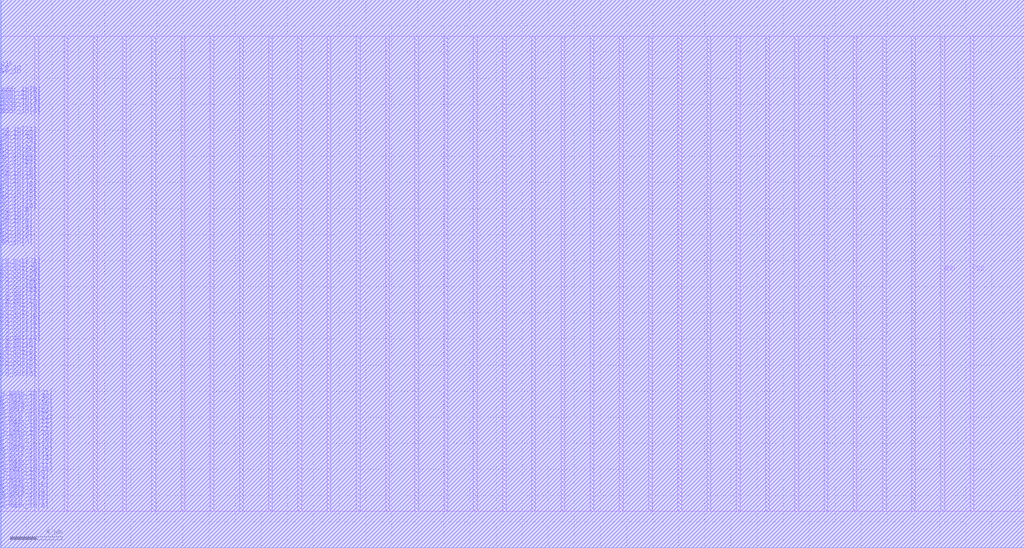
<source format=lef>
VERSION 5.7 ;
BUSBITCHARS "[]" ;
MACRO fakeram45_128x32_upper
  FOREIGN fakeram45_128x32_upper 0 0 ;
  SYMMETRY X Y R90 ;
  SIZE 78.470 BY 42.000 ;
  CLASS BLOCK ;
  PIN w_mask_in[0]
    DIRECTION INPUT ;
    USE SIGNAL ;
    SHAPE ABUTMENT ;
    PORT
      LAYER M18 ;
      RECT 0.000 2.800 0.070 2.870 ;
    END
  END w_mask_in[0]
  PIN w_mask_in[1]
    DIRECTION INPUT ;
    USE SIGNAL ;
    SHAPE ABUTMENT ;
    PORT
      LAYER M18 ;
      RECT 0.000 3.080 0.070 3.150 ;
    END
  END w_mask_in[1]
  PIN w_mask_in[2]
    DIRECTION INPUT ;
    USE SIGNAL ;
    SHAPE ABUTMENT ;
    PORT
      LAYER M18 ;
      RECT 0.000 3.360 0.070 3.430 ;
    END
  END w_mask_in[2]
  PIN w_mask_in[3]
    DIRECTION INPUT ;
    USE SIGNAL ;
    SHAPE ABUTMENT ;
    PORT
      LAYER M18 ;
      RECT 0.000 3.640 0.070 3.710 ;
    END
  END w_mask_in[3]
  PIN w_mask_in[4]
    DIRECTION INPUT ;
    USE SIGNAL ;
    SHAPE ABUTMENT ;
    PORT
      LAYER M18 ;
      RECT 0.000 3.920 0.070 3.990 ;
    END
  END w_mask_in[4]
  PIN w_mask_in[5]
    DIRECTION INPUT ;
    USE SIGNAL ;
    SHAPE ABUTMENT ;
    PORT
      LAYER M18 ;
      RECT 0.000 4.200 0.070 4.270 ;
    END
  END w_mask_in[5]
  PIN w_mask_in[6]
    DIRECTION INPUT ;
    USE SIGNAL ;
    SHAPE ABUTMENT ;
    PORT
      LAYER M18 ;
      RECT 0.000 4.480 0.070 4.550 ;
    END
  END w_mask_in[6]
  PIN w_mask_in[7]
    DIRECTION INPUT ;
    USE SIGNAL ;
    SHAPE ABUTMENT ;
    PORT
      LAYER M18 ;
      RECT 0.000 4.760 0.070 4.830 ;
    END
  END w_mask_in[7]
  PIN w_mask_in[8]
    DIRECTION INPUT ;
    USE SIGNAL ;
    SHAPE ABUTMENT ;
    PORT
      LAYER M18 ;
      RECT 0.000 5.040 0.070 5.110 ;
    END
  END w_mask_in[8]
  PIN w_mask_in[9]
    DIRECTION INPUT ;
    USE SIGNAL ;
    SHAPE ABUTMENT ;
    PORT
      LAYER M18 ;
      RECT 0.000 5.320 0.070 5.390 ;
    END
  END w_mask_in[9]
  PIN w_mask_in[10]
    DIRECTION INPUT ;
    USE SIGNAL ;
    SHAPE ABUTMENT ;
    PORT
      LAYER M18 ;
      RECT 0.000 5.600 0.070 5.670 ;
    END
  END w_mask_in[10]
  PIN w_mask_in[11]
    DIRECTION INPUT ;
    USE SIGNAL ;
    SHAPE ABUTMENT ;
    PORT
      LAYER M18 ;
      RECT 0.000 5.880 0.070 5.950 ;
    END
  END w_mask_in[11]
  PIN w_mask_in[12]
    DIRECTION INPUT ;
    USE SIGNAL ;
    SHAPE ABUTMENT ;
    PORT
      LAYER M18 ;
      RECT 0.000 6.160 0.070 6.230 ;
    END
  END w_mask_in[12]
  PIN w_mask_in[13]
    DIRECTION INPUT ;
    USE SIGNAL ;
    SHAPE ABUTMENT ;
    PORT
      LAYER M18 ;
      RECT 0.000 6.440 0.070 6.510 ;
    END
  END w_mask_in[13]
  PIN w_mask_in[14]
    DIRECTION INPUT ;
    USE SIGNAL ;
    SHAPE ABUTMENT ;
    PORT
      LAYER M18 ;
      RECT 0.000 6.720 0.070 6.790 ;
    END
  END w_mask_in[14]
  PIN w_mask_in[15]
    DIRECTION INPUT ;
    USE SIGNAL ;
    SHAPE ABUTMENT ;
    PORT
      LAYER M18 ;
      RECT 0.000 7.000 0.070 7.070 ;
    END
  END w_mask_in[15]
  PIN w_mask_in[16]
    DIRECTION INPUT ;
    USE SIGNAL ;
    SHAPE ABUTMENT ;
    PORT
      LAYER M18 ;
      RECT 0.000 7.280 0.070 7.350 ;
    END
  END w_mask_in[16]
  PIN w_mask_in[17]
    DIRECTION INPUT ;
    USE SIGNAL ;
    SHAPE ABUTMENT ;
    PORT
      LAYER M18 ;
      RECT 0.000 7.560 0.070 7.630 ;
    END
  END w_mask_in[17]
  PIN w_mask_in[18]
    DIRECTION INPUT ;
    USE SIGNAL ;
    SHAPE ABUTMENT ;
    PORT
      LAYER M18 ;
      RECT 0.000 7.840 0.070 7.910 ;
    END
  END w_mask_in[18]
  PIN w_mask_in[19]
    DIRECTION INPUT ;
    USE SIGNAL ;
    SHAPE ABUTMENT ;
    PORT
      LAYER M18 ;
      RECT 0.000 8.120 0.070 8.190 ;
    END
  END w_mask_in[19]
  PIN w_mask_in[20]
    DIRECTION INPUT ;
    USE SIGNAL ;
    SHAPE ABUTMENT ;
    PORT
      LAYER M18 ;
      RECT 0.000 8.400 0.070 8.470 ;
    END
  END w_mask_in[20]
  PIN w_mask_in[21]
    DIRECTION INPUT ;
    USE SIGNAL ;
    SHAPE ABUTMENT ;
    PORT
      LAYER M18 ;
      RECT 0.000 8.680 0.070 8.750 ;
    END
  END w_mask_in[21]
  PIN w_mask_in[22]
    DIRECTION INPUT ;
    USE SIGNAL ;
    SHAPE ABUTMENT ;
    PORT
      LAYER M18 ;
      RECT 0.000 8.960 0.070 9.030 ;
    END
  END w_mask_in[22]
  PIN w_mask_in[23]
    DIRECTION INPUT ;
    USE SIGNAL ;
    SHAPE ABUTMENT ;
    PORT
      LAYER M18 ;
      RECT 0.000 9.240 0.070 9.310 ;
    END
  END w_mask_in[23]
  PIN w_mask_in[24]
    DIRECTION INPUT ;
    USE SIGNAL ;
    SHAPE ABUTMENT ;
    PORT
      LAYER M18 ;
      RECT 0.000 9.520 0.070 9.590 ;
    END
  END w_mask_in[24]
  PIN w_mask_in[25]
    DIRECTION INPUT ;
    USE SIGNAL ;
    SHAPE ABUTMENT ;
    PORT
      LAYER M18 ;
      RECT 0.000 9.800 0.070 9.870 ;
    END
  END w_mask_in[25]
  PIN w_mask_in[26]
    DIRECTION INPUT ;
    USE SIGNAL ;
    SHAPE ABUTMENT ;
    PORT
      LAYER M18 ;
      RECT 0.000 10.080 0.070 10.150 ;
    END
  END w_mask_in[26]
  PIN w_mask_in[27]
    DIRECTION INPUT ;
    USE SIGNAL ;
    SHAPE ABUTMENT ;
    PORT
      LAYER M18 ;
      RECT 0.000 10.360 0.070 10.430 ;
    END
  END w_mask_in[27]
  PIN w_mask_in[28]
    DIRECTION INPUT ;
    USE SIGNAL ;
    SHAPE ABUTMENT ;
    PORT
      LAYER M18 ;
      RECT 0.000 10.640 0.070 10.710 ;
    END
  END w_mask_in[28]
  PIN w_mask_in[29]
    DIRECTION INPUT ;
    USE SIGNAL ;
    SHAPE ABUTMENT ;
    PORT
      LAYER M18 ;
      RECT 0.000 10.920 0.070 10.990 ;
    END
  END w_mask_in[29]
  PIN w_mask_in[30]
    DIRECTION INPUT ;
    USE SIGNAL ;
    SHAPE ABUTMENT ;
    PORT
      LAYER M18 ;
      RECT 0.000 11.200 0.070 11.270 ;
    END
  END w_mask_in[30]
  PIN w_mask_in[31]
    DIRECTION INPUT ;
    USE SIGNAL ;
    SHAPE ABUTMENT ;
    PORT
      LAYER M18 ;
      RECT 0.000 11.480 0.070 11.550 ;
    END
  END w_mask_in[31]
  PIN rd_out[0]
    DIRECTION OUTPUT ;
    USE SIGNAL ;
    SHAPE ABUTMENT ;
    PORT
      LAYER M18 ;
      RECT 0.000 12.880 0.070 12.950 ;
    END
  END rd_out[0]
  PIN rd_out[1]
    DIRECTION OUTPUT ;
    USE SIGNAL ;
    SHAPE ABUTMENT ;
    PORT
      LAYER M18 ;
      RECT 0.000 13.160 0.070 13.230 ;
    END
  END rd_out[1]
  PIN rd_out[2]
    DIRECTION OUTPUT ;
    USE SIGNAL ;
    SHAPE ABUTMENT ;
    PORT
      LAYER M18 ;
      RECT 0.000 13.440 0.070 13.510 ;
    END
  END rd_out[2]
  PIN rd_out[3]
    DIRECTION OUTPUT ;
    USE SIGNAL ;
    SHAPE ABUTMENT ;
    PORT
      LAYER M18 ;
      RECT 0.000 13.720 0.070 13.790 ;
    END
  END rd_out[3]
  PIN rd_out[4]
    DIRECTION OUTPUT ;
    USE SIGNAL ;
    SHAPE ABUTMENT ;
    PORT
      LAYER M18 ;
      RECT 0.000 14.000 0.070 14.070 ;
    END
  END rd_out[4]
  PIN rd_out[5]
    DIRECTION OUTPUT ;
    USE SIGNAL ;
    SHAPE ABUTMENT ;
    PORT
      LAYER M18 ;
      RECT 0.000 14.280 0.070 14.350 ;
    END
  END rd_out[5]
  PIN rd_out[6]
    DIRECTION OUTPUT ;
    USE SIGNAL ;
    SHAPE ABUTMENT ;
    PORT
      LAYER M18 ;
      RECT 0.000 14.560 0.070 14.630 ;
    END
  END rd_out[6]
  PIN rd_out[7]
    DIRECTION OUTPUT ;
    USE SIGNAL ;
    SHAPE ABUTMENT ;
    PORT
      LAYER M18 ;
      RECT 0.000 14.840 0.070 14.910 ;
    END
  END rd_out[7]
  PIN rd_out[8]
    DIRECTION OUTPUT ;
    USE SIGNAL ;
    SHAPE ABUTMENT ;
    PORT
      LAYER M18 ;
      RECT 0.000 15.120 0.070 15.190 ;
    END
  END rd_out[8]
  PIN rd_out[9]
    DIRECTION OUTPUT ;
    USE SIGNAL ;
    SHAPE ABUTMENT ;
    PORT
      LAYER M18 ;
      RECT 0.000 15.400 0.070 15.470 ;
    END
  END rd_out[9]
  PIN rd_out[10]
    DIRECTION OUTPUT ;
    USE SIGNAL ;
    SHAPE ABUTMENT ;
    PORT
      LAYER M18 ;
      RECT 0.000 15.680 0.070 15.750 ;
    END
  END rd_out[10]
  PIN rd_out[11]
    DIRECTION OUTPUT ;
    USE SIGNAL ;
    SHAPE ABUTMENT ;
    PORT
      LAYER M18 ;
      RECT 0.000 15.960 0.070 16.030 ;
    END
  END rd_out[11]
  PIN rd_out[12]
    DIRECTION OUTPUT ;
    USE SIGNAL ;
    SHAPE ABUTMENT ;
    PORT
      LAYER M18 ;
      RECT 0.000 16.240 0.070 16.310 ;
    END
  END rd_out[12]
  PIN rd_out[13]
    DIRECTION OUTPUT ;
    USE SIGNAL ;
    SHAPE ABUTMENT ;
    PORT
      LAYER M18 ;
      RECT 0.000 16.520 0.070 16.590 ;
    END
  END rd_out[13]
  PIN rd_out[14]
    DIRECTION OUTPUT ;
    USE SIGNAL ;
    SHAPE ABUTMENT ;
    PORT
      LAYER M18 ;
      RECT 0.000 16.800 0.070 16.870 ;
    END
  END rd_out[14]
  PIN rd_out[15]
    DIRECTION OUTPUT ;
    USE SIGNAL ;
    SHAPE ABUTMENT ;
    PORT
      LAYER M18 ;
      RECT 0.000 17.080 0.070 17.150 ;
    END
  END rd_out[15]
  PIN rd_out[16]
    DIRECTION OUTPUT ;
    USE SIGNAL ;
    SHAPE ABUTMENT ;
    PORT
      LAYER M18 ;
      RECT 0.000 17.360 0.070 17.430 ;
    END
  END rd_out[16]
  PIN rd_out[17]
    DIRECTION OUTPUT ;
    USE SIGNAL ;
    SHAPE ABUTMENT ;
    PORT
      LAYER M18 ;
      RECT 0.000 17.640 0.070 17.710 ;
    END
  END rd_out[17]
  PIN rd_out[18]
    DIRECTION OUTPUT ;
    USE SIGNAL ;
    SHAPE ABUTMENT ;
    PORT
      LAYER M18 ;
      RECT 0.000 17.920 0.070 17.990 ;
    END
  END rd_out[18]
  PIN rd_out[19]
    DIRECTION OUTPUT ;
    USE SIGNAL ;
    SHAPE ABUTMENT ;
    PORT
      LAYER M18 ;
      RECT 0.000 18.200 0.070 18.270 ;
    END
  END rd_out[19]
  PIN rd_out[20]
    DIRECTION OUTPUT ;
    USE SIGNAL ;
    SHAPE ABUTMENT ;
    PORT
      LAYER M18 ;
      RECT 0.000 18.480 0.070 18.550 ;
    END
  END rd_out[20]
  PIN rd_out[21]
    DIRECTION OUTPUT ;
    USE SIGNAL ;
    SHAPE ABUTMENT ;
    PORT
      LAYER M18 ;
      RECT 0.000 18.760 0.070 18.830 ;
    END
  END rd_out[21]
  PIN rd_out[22]
    DIRECTION OUTPUT ;
    USE SIGNAL ;
    SHAPE ABUTMENT ;
    PORT
      LAYER M18 ;
      RECT 0.000 19.040 0.070 19.110 ;
    END
  END rd_out[22]
  PIN rd_out[23]
    DIRECTION OUTPUT ;
    USE SIGNAL ;
    SHAPE ABUTMENT ;
    PORT
      LAYER M18 ;
      RECT 0.000 19.320 0.070 19.390 ;
    END
  END rd_out[23]
  PIN rd_out[24]
    DIRECTION OUTPUT ;
    USE SIGNAL ;
    SHAPE ABUTMENT ;
    PORT
      LAYER M18 ;
      RECT 0.000 19.600 0.070 19.670 ;
    END
  END rd_out[24]
  PIN rd_out[25]
    DIRECTION OUTPUT ;
    USE SIGNAL ;
    SHAPE ABUTMENT ;
    PORT
      LAYER M18 ;
      RECT 0.000 19.880 0.070 19.950 ;
    END
  END rd_out[25]
  PIN rd_out[26]
    DIRECTION OUTPUT ;
    USE SIGNAL ;
    SHAPE ABUTMENT ;
    PORT
      LAYER M18 ;
      RECT 0.000 20.160 0.070 20.230 ;
    END
  END rd_out[26]
  PIN rd_out[27]
    DIRECTION OUTPUT ;
    USE SIGNAL ;
    SHAPE ABUTMENT ;
    PORT
      LAYER M18 ;
      RECT 0.000 20.440 0.070 20.510 ;
    END
  END rd_out[27]
  PIN rd_out[28]
    DIRECTION OUTPUT ;
    USE SIGNAL ;
    SHAPE ABUTMENT ;
    PORT
      LAYER M18 ;
      RECT 0.000 20.720 0.070 20.790 ;
    END
  END rd_out[28]
  PIN rd_out[29]
    DIRECTION OUTPUT ;
    USE SIGNAL ;
    SHAPE ABUTMENT ;
    PORT
      LAYER M18 ;
      RECT 0.000 21.000 0.070 21.070 ;
    END
  END rd_out[29]
  PIN rd_out[30]
    DIRECTION OUTPUT ;
    USE SIGNAL ;
    SHAPE ABUTMENT ;
    PORT
      LAYER M18 ;
      RECT 0.000 21.280 0.070 21.350 ;
    END
  END rd_out[30]
  PIN rd_out[31]
    DIRECTION OUTPUT ;
    USE SIGNAL ;
    SHAPE ABUTMENT ;
    PORT
      LAYER M18 ;
      RECT 0.000 21.560 0.070 21.630 ;
    END
  END rd_out[31]
  PIN wd_in[0]
    DIRECTION INPUT ;
    USE SIGNAL ;
    SHAPE ABUTMENT ;
    PORT
      LAYER M18 ;
      RECT 0.000 22.960 0.070 23.030 ;
    END
  END wd_in[0]
  PIN wd_in[1]
    DIRECTION INPUT ;
    USE SIGNAL ;
    SHAPE ABUTMENT ;
    PORT
      LAYER M18 ;
      RECT 0.000 23.240 0.070 23.310 ;
    END
  END wd_in[1]
  PIN wd_in[2]
    DIRECTION INPUT ;
    USE SIGNAL ;
    SHAPE ABUTMENT ;
    PORT
      LAYER M18 ;
      RECT 0.000 23.520 0.070 23.590 ;
    END
  END wd_in[2]
  PIN wd_in[3]
    DIRECTION INPUT ;
    USE SIGNAL ;
    SHAPE ABUTMENT ;
    PORT
      LAYER M18 ;
      RECT 0.000 23.800 0.070 23.870 ;
    END
  END wd_in[3]
  PIN wd_in[4]
    DIRECTION INPUT ;
    USE SIGNAL ;
    SHAPE ABUTMENT ;
    PORT
      LAYER M18 ;
      RECT 0.000 24.080 0.070 24.150 ;
    END
  END wd_in[4]
  PIN wd_in[5]
    DIRECTION INPUT ;
    USE SIGNAL ;
    SHAPE ABUTMENT ;
    PORT
      LAYER M18 ;
      RECT 0.000 24.360 0.070 24.430 ;
    END
  END wd_in[5]
  PIN wd_in[6]
    DIRECTION INPUT ;
    USE SIGNAL ;
    SHAPE ABUTMENT ;
    PORT
      LAYER M18 ;
      RECT 0.000 24.640 0.070 24.710 ;
    END
  END wd_in[6]
  PIN wd_in[7]
    DIRECTION INPUT ;
    USE SIGNAL ;
    SHAPE ABUTMENT ;
    PORT
      LAYER M18 ;
      RECT 0.000 24.920 0.070 24.990 ;
    END
  END wd_in[7]
  PIN wd_in[8]
    DIRECTION INPUT ;
    USE SIGNAL ;
    SHAPE ABUTMENT ;
    PORT
      LAYER M18 ;
      RECT 0.000 25.200 0.070 25.270 ;
    END
  END wd_in[8]
  PIN wd_in[9]
    DIRECTION INPUT ;
    USE SIGNAL ;
    SHAPE ABUTMENT ;
    PORT
      LAYER M18 ;
      RECT 0.000 25.480 0.070 25.550 ;
    END
  END wd_in[9]
  PIN wd_in[10]
    DIRECTION INPUT ;
    USE SIGNAL ;
    SHAPE ABUTMENT ;
    PORT
      LAYER M18 ;
      RECT 0.000 25.760 0.070 25.830 ;
    END
  END wd_in[10]
  PIN wd_in[11]
    DIRECTION INPUT ;
    USE SIGNAL ;
    SHAPE ABUTMENT ;
    PORT
      LAYER M18 ;
      RECT 0.000 26.040 0.070 26.110 ;
    END
  END wd_in[11]
  PIN wd_in[12]
    DIRECTION INPUT ;
    USE SIGNAL ;
    SHAPE ABUTMENT ;
    PORT
      LAYER M18 ;
      RECT 0.000 26.320 0.070 26.390 ;
    END
  END wd_in[12]
  PIN wd_in[13]
    DIRECTION INPUT ;
    USE SIGNAL ;
    SHAPE ABUTMENT ;
    PORT
      LAYER M18 ;
      RECT 0.000 26.600 0.070 26.670 ;
    END
  END wd_in[13]
  PIN wd_in[14]
    DIRECTION INPUT ;
    USE SIGNAL ;
    SHAPE ABUTMENT ;
    PORT
      LAYER M18 ;
      RECT 0.000 26.880 0.070 26.950 ;
    END
  END wd_in[14]
  PIN wd_in[15]
    DIRECTION INPUT ;
    USE SIGNAL ;
    SHAPE ABUTMENT ;
    PORT
      LAYER M18 ;
      RECT 0.000 27.160 0.070 27.230 ;
    END
  END wd_in[15]
  PIN wd_in[16]
    DIRECTION INPUT ;
    USE SIGNAL ;
    SHAPE ABUTMENT ;
    PORT
      LAYER M18 ;
      RECT 0.000 27.440 0.070 27.510 ;
    END
  END wd_in[16]
  PIN wd_in[17]
    DIRECTION INPUT ;
    USE SIGNAL ;
    SHAPE ABUTMENT ;
    PORT
      LAYER M18 ;
      RECT 0.000 27.720 0.070 27.790 ;
    END
  END wd_in[17]
  PIN wd_in[18]
    DIRECTION INPUT ;
    USE SIGNAL ;
    SHAPE ABUTMENT ;
    PORT
      LAYER M18 ;
      RECT 0.000 28.000 0.070 28.070 ;
    END
  END wd_in[18]
  PIN wd_in[19]
    DIRECTION INPUT ;
    USE SIGNAL ;
    SHAPE ABUTMENT ;
    PORT
      LAYER M18 ;
      RECT 0.000 28.280 0.070 28.350 ;
    END
  END wd_in[19]
  PIN wd_in[20]
    DIRECTION INPUT ;
    USE SIGNAL ;
    SHAPE ABUTMENT ;
    PORT
      LAYER M18 ;
      RECT 0.000 28.560 0.070 28.630 ;
    END
  END wd_in[20]
  PIN wd_in[21]
    DIRECTION INPUT ;
    USE SIGNAL ;
    SHAPE ABUTMENT ;
    PORT
      LAYER M18 ;
      RECT 0.000 28.840 0.070 28.910 ;
    END
  END wd_in[21]
  PIN wd_in[22]
    DIRECTION INPUT ;
    USE SIGNAL ;
    SHAPE ABUTMENT ;
    PORT
      LAYER M18 ;
      RECT 0.000 29.120 0.070 29.190 ;
    END
  END wd_in[22]
  PIN wd_in[23]
    DIRECTION INPUT ;
    USE SIGNAL ;
    SHAPE ABUTMENT ;
    PORT
      LAYER M18 ;
      RECT 0.000 29.400 0.070 29.470 ;
    END
  END wd_in[23]
  PIN wd_in[24]
    DIRECTION INPUT ;
    USE SIGNAL ;
    SHAPE ABUTMENT ;
    PORT
      LAYER M18 ;
      RECT 0.000 29.680 0.070 29.750 ;
    END
  END wd_in[24]
  PIN wd_in[25]
    DIRECTION INPUT ;
    USE SIGNAL ;
    SHAPE ABUTMENT ;
    PORT
      LAYER M18 ;
      RECT 0.000 29.960 0.070 30.030 ;
    END
  END wd_in[25]
  PIN wd_in[26]
    DIRECTION INPUT ;
    USE SIGNAL ;
    SHAPE ABUTMENT ;
    PORT
      LAYER M18 ;
      RECT 0.000 30.240 0.070 30.310 ;
    END
  END wd_in[26]
  PIN wd_in[27]
    DIRECTION INPUT ;
    USE SIGNAL ;
    SHAPE ABUTMENT ;
    PORT
      LAYER M18 ;
      RECT 0.000 30.520 0.070 30.590 ;
    END
  END wd_in[27]
  PIN wd_in[28]
    DIRECTION INPUT ;
    USE SIGNAL ;
    SHAPE ABUTMENT ;
    PORT
      LAYER M18 ;
      RECT 0.000 30.800 0.070 30.870 ;
    END
  END wd_in[28]
  PIN wd_in[29]
    DIRECTION INPUT ;
    USE SIGNAL ;
    SHAPE ABUTMENT ;
    PORT
      LAYER M18 ;
      RECT 0.000 31.080 0.070 31.150 ;
    END
  END wd_in[29]
  PIN wd_in[30]
    DIRECTION INPUT ;
    USE SIGNAL ;
    SHAPE ABUTMENT ;
    PORT
      LAYER M18 ;
      RECT 0.000 31.360 0.070 31.430 ;
    END
  END wd_in[30]
  PIN wd_in[31]
    DIRECTION INPUT ;
    USE SIGNAL ;
    SHAPE ABUTMENT ;
    PORT
      LAYER M18 ;
      RECT 0.000 31.640 0.070 31.710 ;
    END
  END wd_in[31]
  PIN addr_in[0]
    DIRECTION INPUT ;
    USE SIGNAL ;
    SHAPE ABUTMENT ;
    PORT
      LAYER M18 ;
      RECT 0.000 33.040 0.070 33.110 ;
    END
  END addr_in[0]
  PIN addr_in[1]
    DIRECTION INPUT ;
    USE SIGNAL ;
    SHAPE ABUTMENT ;
    PORT
      LAYER M18 ;
      RECT 0.000 33.320 0.070 33.390 ;
    END
  END addr_in[1]
  PIN addr_in[2]
    DIRECTION INPUT ;
    USE SIGNAL ;
    SHAPE ABUTMENT ;
    PORT
      LAYER M18 ;
      RECT 0.000 33.600 0.070 33.670 ;
    END
  END addr_in[2]
  PIN addr_in[3]
    DIRECTION INPUT ;
    USE SIGNAL ;
    SHAPE ABUTMENT ;
    PORT
      LAYER M18 ;
      RECT 0.000 33.880 0.070 33.950 ;
    END
  END addr_in[3]
  PIN addr_in[4]
    DIRECTION INPUT ;
    USE SIGNAL ;
    SHAPE ABUTMENT ;
    PORT
      LAYER M18 ;
      RECT 0.000 34.160 0.070 34.230 ;
    END
  END addr_in[4]
  PIN addr_in[5]
    DIRECTION INPUT ;
    USE SIGNAL ;
    SHAPE ABUTMENT ;
    PORT
      LAYER M18 ;
      RECT 0.000 34.440 0.070 34.510 ;
    END
  END addr_in[5]
  PIN addr_in[6]
    DIRECTION INPUT ;
    USE SIGNAL ;
    SHAPE ABUTMENT ;
    PORT
      LAYER M18 ;
      RECT 0.000 34.720 0.070 34.790 ;
    END
  END addr_in[6]
  PIN we_in
    DIRECTION INPUT ;
    USE SIGNAL ;
    SHAPE ABUTMENT ;
    PORT
      LAYER M18 ;
      RECT 0.000 36.120 0.070 36.190 ;
    END
  END we_in
  PIN ce_in
    DIRECTION INPUT ;
    USE SIGNAL ;
    SHAPE ABUTMENT ;
    PORT
      LAYER M18 ;
      RECT 0.000 36.400 0.070 36.470 ;
    END
  END ce_in
  PIN clk
    DIRECTION INPUT ;
    USE SIGNAL ;
    SHAPE ABUTMENT ;
    PORT
      LAYER M18 ;
      RECT 0.000 36.680 0.070 36.750 ;
    END
  END clk
  PIN VSS
    DIRECTION INOUT ;
    USE GROUND ;
    PORT
      LAYER M17 ;
      RECT 2.660 2.800 2.940 39.200 ;
      RECT 7.140 2.800 7.420 39.200 ;
      RECT 11.620 2.800 11.900 39.200 ;
      RECT 16.100 2.800 16.380 39.200 ;
      RECT 20.580 2.800 20.860 39.200 ;
      RECT 25.060 2.800 25.340 39.200 ;
      RECT 29.540 2.800 29.820 39.200 ;
      RECT 34.020 2.800 34.300 39.200 ;
      RECT 38.500 2.800 38.780 39.200 ;
      RECT 42.980 2.800 43.260 39.200 ;
      RECT 47.460 2.800 47.740 39.200 ;
      RECT 51.940 2.800 52.220 39.200 ;
      RECT 56.420 2.800 56.700 39.200 ;
      RECT 60.900 2.800 61.180 39.200 ;
      RECT 65.380 2.800 65.660 39.200 ;
      RECT 69.860 2.800 70.140 39.200 ;
      RECT 74.340 2.800 74.620 39.200 ;
    END
  END VSS
  PIN VDD
    DIRECTION INOUT ;
    USE POWER ;
    PORT
      LAYER M17 ;
      RECT 4.900 2.800 5.180 39.200 ;
      RECT 9.380 2.800 9.660 39.200 ;
      RECT 13.860 2.800 14.140 39.200 ;
      RECT 18.340 2.800 18.620 39.200 ;
      RECT 22.820 2.800 23.100 39.200 ;
      RECT 27.300 2.800 27.580 39.200 ;
      RECT 31.780 2.800 32.060 39.200 ;
      RECT 36.260 2.800 36.540 39.200 ;
      RECT 40.740 2.800 41.020 39.200 ;
      RECT 45.220 2.800 45.500 39.200 ;
      RECT 49.700 2.800 49.980 39.200 ;
      RECT 54.180 2.800 54.460 39.200 ;
      RECT 58.660 2.800 58.940 39.200 ;
      RECT 63.140 2.800 63.420 39.200 ;
      RECT 67.620 2.800 67.900 39.200 ;
      RECT 72.100 2.800 72.380 39.200 ;
    END
  END VDD
  OBS
    LAYER M20 ;
    RECT 0 0 78.470 42.000 ;
    LAYER M19 ;
    RECT 0 0 78.470 42.000 ;
    LAYER M18 ;
    RECT 0.070 0 78.470 42.000 ;
    RECT 0 0.000 0.070 2.800 ;
    RECT 0 2.870 0.070 3.080 ;
    RECT 0 3.150 0.070 3.360 ;
    RECT 0 3.430 0.070 3.640 ;
    RECT 0 3.710 0.070 3.920 ;
    RECT 0 3.990 0.070 4.200 ;
    RECT 0 4.270 0.070 4.480 ;
    RECT 0 4.550 0.070 4.760 ;
    RECT 0 4.830 0.070 5.040 ;
    RECT 0 5.110 0.070 5.320 ;
    RECT 0 5.390 0.070 5.600 ;
    RECT 0 5.670 0.070 5.880 ;
    RECT 0 5.950 0.070 6.160 ;
    RECT 0 6.230 0.070 6.440 ;
    RECT 0 6.510 0.070 6.720 ;
    RECT 0 6.790 0.070 7.000 ;
    RECT 0 7.070 0.070 7.280 ;
    RECT 0 7.350 0.070 7.560 ;
    RECT 0 7.630 0.070 7.840 ;
    RECT 0 7.910 0.070 8.120 ;
    RECT 0 8.190 0.070 8.400 ;
    RECT 0 8.470 0.070 8.680 ;
    RECT 0 8.750 0.070 8.960 ;
    RECT 0 9.030 0.070 9.240 ;
    RECT 0 9.310 0.070 9.520 ;
    RECT 0 9.590 0.070 9.800 ;
    RECT 0 9.870 0.070 10.080 ;
    RECT 0 10.150 0.070 10.360 ;
    RECT 0 10.430 0.070 10.640 ;
    RECT 0 10.710 0.070 10.920 ;
    RECT 0 10.990 0.070 11.200 ;
    RECT 0 11.270 0.070 11.480 ;
    RECT 0 11.550 0.070 12.880 ;
    RECT 0 12.950 0.070 13.160 ;
    RECT 0 13.230 0.070 13.440 ;
    RECT 0 13.510 0.070 13.720 ;
    RECT 0 13.790 0.070 14.000 ;
    RECT 0 14.070 0.070 14.280 ;
    RECT 0 14.350 0.070 14.560 ;
    RECT 0 14.630 0.070 14.840 ;
    RECT 0 14.910 0.070 15.120 ;
    RECT 0 15.190 0.070 15.400 ;
    RECT 0 15.470 0.070 15.680 ;
    RECT 0 15.750 0.070 15.960 ;
    RECT 0 16.030 0.070 16.240 ;
    RECT 0 16.310 0.070 16.520 ;
    RECT 0 16.590 0.070 16.800 ;
    RECT 0 16.870 0.070 17.080 ;
    RECT 0 17.150 0.070 17.360 ;
    RECT 0 17.430 0.070 17.640 ;
    RECT 0 17.710 0.070 17.920 ;
    RECT 0 17.990 0.070 18.200 ;
    RECT 0 18.270 0.070 18.480 ;
    RECT 0 18.550 0.070 18.760 ;
    RECT 0 18.830 0.070 19.040 ;
    RECT 0 19.110 0.070 19.320 ;
    RECT 0 19.390 0.070 19.600 ;
    RECT 0 19.670 0.070 19.880 ;
    RECT 0 19.950 0.070 20.160 ;
    RECT 0 20.230 0.070 20.440 ;
    RECT 0 20.510 0.070 20.720 ;
    RECT 0 20.790 0.070 21.000 ;
    RECT 0 21.070 0.070 21.280 ;
    RECT 0 21.350 0.070 21.560 ;
    RECT 0 21.630 0.070 22.960 ;
    RECT 0 23.030 0.070 23.240 ;
    RECT 0 23.310 0.070 23.520 ;
    RECT 0 23.590 0.070 23.800 ;
    RECT 0 23.870 0.070 24.080 ;
    RECT 0 24.150 0.070 24.360 ;
    RECT 0 24.430 0.070 24.640 ;
    RECT 0 24.710 0.070 24.920 ;
    RECT 0 24.990 0.070 25.200 ;
    RECT 0 25.270 0.070 25.480 ;
    RECT 0 25.550 0.070 25.760 ;
    RECT 0 25.830 0.070 26.040 ;
    RECT 0 26.110 0.070 26.320 ;
    RECT 0 26.390 0.070 26.600 ;
    RECT 0 26.670 0.070 26.880 ;
    RECT 0 26.950 0.070 27.160 ;
    RECT 0 27.230 0.070 27.440 ;
    RECT 0 27.510 0.070 27.720 ;
    RECT 0 27.790 0.070 28.000 ;
    RECT 0 28.070 0.070 28.280 ;
    RECT 0 28.350 0.070 28.560 ;
    RECT 0 28.630 0.070 28.840 ;
    RECT 0 28.910 0.070 29.120 ;
    RECT 0 29.190 0.070 29.400 ;
    RECT 0 29.470 0.070 29.680 ;
    RECT 0 29.750 0.070 29.960 ;
    RECT 0 30.030 0.070 30.240 ;
    RECT 0 30.310 0.070 30.520 ;
    RECT 0 30.590 0.070 30.800 ;
    RECT 0 30.870 0.070 31.080 ;
    RECT 0 31.150 0.070 31.360 ;
    RECT 0 31.430 0.070 31.640 ;
    RECT 0 31.710 0.070 33.040 ;
    RECT 0 33.110 0.070 33.320 ;
    RECT 0 33.390 0.070 33.600 ;
    RECT 0 33.670 0.070 33.880 ;
    RECT 0 33.950 0.070 34.160 ;
    RECT 0 34.230 0.070 34.440 ;
    RECT 0 34.510 0.070 34.720 ;
    RECT 0 34.790 0.070 36.120 ;
    RECT 0 36.190 0.070 36.400 ;
    RECT 0 36.470 0.070 36.680 ;
    RECT 0 36.750 0.070 42.000 ;
    LAYER M17 ;
    RECT 0 0 78.470 2.800 ;
    RECT 0 39.200 78.470 42.000 ;
    RECT 0.000 2.800 2.660 39.200 ;
    RECT 2.940 2.800 4.900 39.200 ;
    RECT 5.180 2.800 7.140 39.200 ;
    RECT 7.420 2.800 9.380 39.200 ;
    RECT 9.660 2.800 11.620 39.200 ;
    RECT 11.900 2.800 13.860 39.200 ;
    RECT 14.140 2.800 16.100 39.200 ;
    RECT 16.380 2.800 18.340 39.200 ;
    RECT 18.620 2.800 20.580 39.200 ;
    RECT 20.860 2.800 22.820 39.200 ;
    RECT 23.100 2.800 25.060 39.200 ;
    RECT 25.340 2.800 27.300 39.200 ;
    RECT 27.580 2.800 29.540 39.200 ;
    RECT 29.820 2.800 31.780 39.200 ;
    RECT 32.060 2.800 34.020 39.200 ;
    RECT 34.300 2.800 36.260 39.200 ;
    RECT 36.540 2.800 38.500 39.200 ;
    RECT 38.780 2.800 40.740 39.200 ;
    RECT 41.020 2.800 42.980 39.200 ;
    RECT 43.260 2.800 45.220 39.200 ;
    RECT 45.500 2.800 47.460 39.200 ;
    RECT 47.740 2.800 49.700 39.200 ;
    RECT 49.980 2.800 51.940 39.200 ;
    RECT 52.220 2.800 54.180 39.200 ;
    RECT 54.460 2.800 56.420 39.200 ;
    RECT 56.700 2.800 58.660 39.200 ;
    RECT 58.940 2.800 60.900 39.200 ;
    RECT 61.180 2.800 63.140 39.200 ;
    RECT 63.420 2.800 65.380 39.200 ;
    RECT 65.660 2.800 67.620 39.200 ;
    RECT 67.900 2.800 69.860 39.200 ;
    RECT 70.140 2.800 72.100 39.200 ;
    RECT 72.380 2.800 74.340 39.200 ;
    RECT 74.620 2.800 78.470 39.200 ;
  END
END fakeram45_128x32_upper

END LIBRARY

</source>
